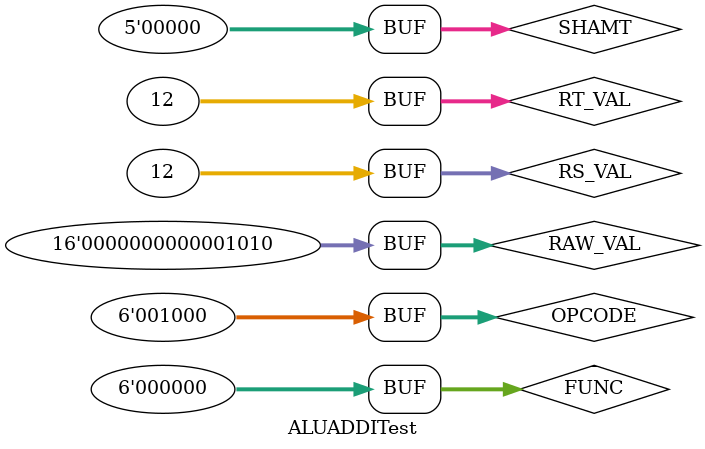
<source format=v>
`timescale 1ns / 1ps


module ALUADDITest;

	// Inputs
	reg [5:0] OPCODE;
	reg [31:0] RS_VAL;
	reg [31:0] RT_VAL;
	reg [4:0] SHAMT;
	reg [5:0] FUNC;
	reg [15:0] RAW_VAL;

	// Outputs
	wire [31:0] RESULT;
	wire SIG_B;

	// Instantiate the Unit Under Test (UUT)
	ALU uut (
		.RESULT(RESULT), 
		.SIG_B(SIG_B), 
		.OPCODE(OPCODE), 
		.RS_VAL(RS_VAL), 
		.RT_VAL(RT_VAL), 
		.SHAMT(SHAMT), 
		.FUNC(FUNC), 
		.RAW_VAL(RAW_VAL)
	);

	initial begin
		// Initialize Inputs
		OPCODE = 0;
		RS_VAL = 0;
		SHAMT = 0;
		FUNC = 0;
		RAW_VAL = 9;

		// Wait 100 ns for global reset to finish
		#100;
		
		OPCODE = 6'b001000;
		RS_VAL = 15;
		RT_VAL = 12;
		SHAMT = 0;
		RAW_VAL = 13;
		#100;
		
		OPCODE = 6'b001000;
		RS_VAL = 23;
		SHAMT = 0;
		RAW_VAL = 19;
		#100;

		OPCODE = 6'b001000;
		RS_VAL = 12;
		SHAMT = 0;
		RAW_VAL = 10;
		#100;
        
		// Add stimulus here

	end
      
endmodule


</source>
